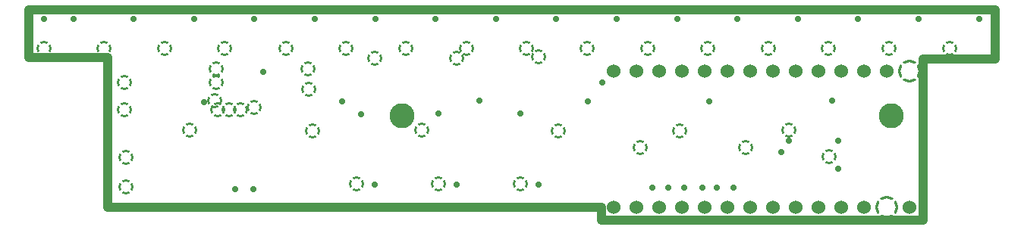
<source format=gbr>
%TF.GenerationSoftware,Altium Limited,Altium Designer,20.0.11 (256)*%
G04 Layer_Physical_Order=2*
G04 Layer_Color=32768*
%FSLAX26Y26*%
%MOIN*%
%TF.FileFunction,Copper,L2,Inr,Plane*%
%TF.Part,Single*%
G01*
G75*
%TA.AperFunction,NonConductor*%
%ADD30C,0.040000*%
%TA.AperFunction,ViaPad*%
%ADD31C,0.110000*%
%TA.AperFunction,ComponentPad*%
G04:AMPARAMS|DCode=32|XSize=100mil|YSize=100mil|CornerRadius=0mil|HoleSize=0mil|Usage=FLASHONLY|Rotation=0.000|XOffset=0mil|YOffset=0mil|HoleType=Round|Shape=Relief|Width=10mil|Gap=10mil|Entries=4|*
%AMTHD32*
7,0,0,0.100000,0.080000,0.010000,45*
%
%ADD32THD32*%
%ADD33C,0.060000*%
%TA.AperFunction,ViaPad*%
%ADD34C,0.028000*%
G04:AMPARAMS|DCode=35|XSize=68mil|YSize=68mil|CornerRadius=0mil|HoleSize=0mil|Usage=FLASHONLY|Rotation=0.000|XOffset=0mil|YOffset=0mil|HoleType=Round|Shape=Relief|Width=10mil|Gap=10mil|Entries=4|*
%AMTHD35*
7,0,0,0.068000,0.048000,0.010000,45*
%
%ADD35THD35*%
D30*
X4635000Y1050000D02*
X6805000D01*
X4635000D02*
Y1710000D01*
X4290000D02*
X4635000D01*
X4290000D02*
Y1920000D01*
X8535000D01*
Y1705000D02*
Y1920000D01*
X8220000Y1705000D02*
X8535000D01*
X8220000Y995000D02*
Y1705000D01*
X6805000Y995000D02*
X8220000D01*
X6805000D02*
Y1050000D01*
D31*
X5930000Y1455000D02*
D03*
X8080000D02*
D03*
D32*
X8160000Y1650000D02*
D03*
X8060000Y1050000D02*
D03*
D33*
Y1650000D02*
D03*
X7960000D02*
D03*
X7860000D02*
D03*
X7760000D02*
D03*
X7660000D02*
D03*
X7560000D02*
D03*
X7460000D02*
D03*
X7360000D02*
D03*
X7260000D02*
D03*
X7160000D02*
D03*
X7060000D02*
D03*
X6960000D02*
D03*
X6860000D02*
D03*
X8160000Y1050000D02*
D03*
X7960000D02*
D03*
X7860000D02*
D03*
X7760000D02*
D03*
X7660000D02*
D03*
X7560000D02*
D03*
X7460000D02*
D03*
X7360000D02*
D03*
X7260000D02*
D03*
X7160000D02*
D03*
X7060000D02*
D03*
X6960000D02*
D03*
X6860000D02*
D03*
D34*
X5750000Y1460000D02*
D03*
X6810000Y1600000D02*
D03*
X5060000Y1515000D02*
D03*
X6270000Y1520000D02*
D03*
X7820000D02*
D03*
X7280000Y1518403D02*
D03*
X6745000D02*
D03*
X5665000D02*
D03*
X5195000Y1130000D02*
D03*
X7630000Y1345000D02*
D03*
X5810000Y1150000D02*
D03*
X6170000D02*
D03*
X6530000D02*
D03*
X6090000Y1465000D02*
D03*
X6450000D02*
D03*
X4355000Y1880000D02*
D03*
X7403666D02*
D03*
X7138333D02*
D03*
X6873000D02*
D03*
X6607666D02*
D03*
X6342333D02*
D03*
X6077000D02*
D03*
X5811667D02*
D03*
X5546333D02*
D03*
X5281000D02*
D03*
X5015667D02*
D03*
X4750333D02*
D03*
X4485000D02*
D03*
X8464999D02*
D03*
X7669000D02*
D03*
X7934333D02*
D03*
X8199666D02*
D03*
X5275000Y1130000D02*
D03*
X7595000Y1295000D02*
D03*
X7385000Y1136082D02*
D03*
X7314372D02*
D03*
X7250000D02*
D03*
X7170000D02*
D03*
X7030000D02*
D03*
X7100000D02*
D03*
X7845000Y1345000D02*
D03*
Y1220000D02*
D03*
X5318409Y1646772D02*
D03*
D35*
X4995000Y1390000D02*
D03*
X5120000Y1480000D02*
D03*
X6015000Y1390000D02*
D03*
X7630000D02*
D03*
X7150000Y1388403D02*
D03*
X6615000D02*
D03*
X5535000D02*
D03*
X8335000Y1750000D02*
D03*
X4715000Y1140000D02*
D03*
Y1270000D02*
D03*
X4710000Y1600000D02*
D03*
Y1480000D02*
D03*
X5810000Y1706417D02*
D03*
X5151000Y1750000D02*
D03*
X4885667D02*
D03*
X4620333D02*
D03*
X4355000D02*
D03*
X5420000D02*
D03*
X5681667D02*
D03*
X5947000D02*
D03*
X6212333D02*
D03*
X6477666D02*
D03*
X6743000D02*
D03*
X7008333D02*
D03*
X7273666D02*
D03*
X7539000D02*
D03*
X7804333D02*
D03*
X8069666D02*
D03*
X5515000Y1660000D02*
D03*
X5520000Y1570000D02*
D03*
X7805000Y1275000D02*
D03*
X6975000Y1315000D02*
D03*
X7440000D02*
D03*
X6530000Y1715000D02*
D03*
X6170630Y1706417D02*
D03*
X5730630Y1153583D02*
D03*
X6090630D02*
D03*
X6450630D02*
D03*
X5170000Y1480000D02*
D03*
X5220000D02*
D03*
X5279409Y1490591D02*
D03*
X5111926Y1660591D02*
D03*
Y1600591D02*
D03*
X5105000Y1520000D02*
D03*
%TF.MD5,7a6fc83f995a3bb83276fe09beb348c8*%
M02*

</source>
